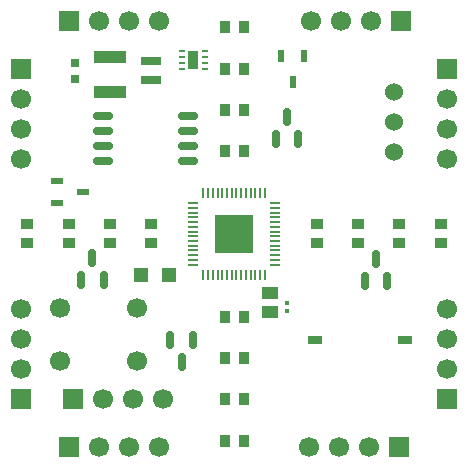
<source format=gbr>
%TF.GenerationSoftware,KiCad,Pcbnew,9.0.6*%
%TF.CreationDate,2025-12-07T19:20:43-08:00*%
%TF.ProjectId,redstone,72656473-746f-46e6-952e-6b696361645f,rev?*%
%TF.SameCoordinates,Original*%
%TF.FileFunction,Soldermask,Top*%
%TF.FilePolarity,Negative*%
%FSLAX46Y46*%
G04 Gerber Fmt 4.6, Leading zero omitted, Abs format (unit mm)*
G04 Created by KiCad (PCBNEW 9.0.6) date 2025-12-07 19:20:43*
%MOMM*%
%LPD*%
G01*
G04 APERTURE LIST*
G04 Aperture macros list*
%AMRoundRect*
0 Rectangle with rounded corners*
0 $1 Rounding radius*
0 $2 $3 $4 $5 $6 $7 $8 $9 X,Y pos of 4 corners*
0 Add a 4 corners polygon primitive as box body*
4,1,4,$2,$3,$4,$5,$6,$7,$8,$9,$2,$3,0*
0 Add four circle primitives for the rounded corners*
1,1,$1+$1,$2,$3*
1,1,$1+$1,$4,$5*
1,1,$1+$1,$6,$7*
1,1,$1+$1,$8,$9*
0 Add four rect primitives between the rounded corners*
20,1,$1+$1,$2,$3,$4,$5,0*
20,1,$1+$1,$4,$5,$6,$7,0*
20,1,$1+$1,$6,$7,$8,$9,0*
20,1,$1+$1,$8,$9,$2,$3,0*%
G04 Aperture macros list end*
%ADD10R,1.000000X0.950000*%
%ADD11C,1.524000*%
%ADD12R,0.950000X1.000000*%
%ADD13RoundRect,0.150000X-0.150000X0.587500X-0.150000X-0.587500X0.150000X-0.587500X0.150000X0.587500X0*%
%ADD14C,1.700000*%
%ADD15RoundRect,0.062500X0.187500X0.062500X-0.187500X0.062500X-0.187500X-0.062500X0.187500X-0.062500X0*%
%ADD16R,0.900000X1.600000*%
%ADD17RoundRect,0.150000X0.150000X-0.587500X0.150000X0.587500X-0.150000X0.587500X-0.150000X-0.587500X0*%
%ADD18R,1.700000X1.700000*%
%ADD19R,0.420000X0.460000*%
%ADD20R,1.800000X0.800000*%
%ADD21R,1.150000X1.250000*%
%ADD22R,0.700000X0.650000*%
%ADD23R,2.700000X1.100000*%
%ADD24R,1.100000X0.600000*%
%ADD25RoundRect,0.162500X-0.650000X-0.162500X0.650000X-0.162500X0.650000X0.162500X-0.650000X0.162500X0*%
%ADD26RoundRect,0.050000X-0.387500X-0.050000X0.387500X-0.050000X0.387500X0.050000X-0.387500X0.050000X0*%
%ADD27RoundRect,0.050000X-0.050000X-0.387500X0.050000X-0.387500X0.050000X0.387500X-0.050000X0.387500X0*%
%ADD28R,3.200000X3.200000*%
%ADD29R,1.470000X1.020000*%
%ADD30R,0.600000X1.100000*%
%ADD31R,1.270000X0.760000*%
G04 APERTURE END LIST*
D10*
%TO.C,D5*%
X152500000Y-55800000D03*
X152500000Y-54200000D03*
%TD*%
D11*
%TO.C,U2*%
X148500000Y-43000000D03*
X148500000Y-45540000D03*
X148500000Y-48080000D03*
%TD*%
D12*
%TO.C,D2*%
X134200000Y-41000000D03*
X135800000Y-41000000D03*
%TD*%
%TO.C,D4*%
X134200000Y-48000000D03*
X135800000Y-48000000D03*
%TD*%
D10*
%TO.C,D8*%
X142000000Y-55800000D03*
X142000000Y-54200000D03*
%TD*%
D12*
%TO.C,D3*%
X134200000Y-44500000D03*
X135800000Y-44500000D03*
%TD*%
D13*
%TO.C,Q3*%
X131500000Y-64000000D03*
X129600000Y-64000000D03*
X130550000Y-65875000D03*
%TD*%
D14*
%TO.C,SW1*%
X126750000Y-65750000D03*
X120250000Y-65750000D03*
X126750000Y-61250000D03*
X120250000Y-61250000D03*
%TD*%
D15*
%TO.C,U3*%
X132500000Y-41000000D03*
X132500000Y-40500000D03*
X132500000Y-40000000D03*
X132500000Y-39500000D03*
X130600000Y-39500000D03*
X130600000Y-40000000D03*
X130600000Y-40500000D03*
X130600000Y-41000000D03*
D16*
X131550000Y-40250000D03*
%TD*%
D17*
%TO.C,Q2*%
X146050000Y-59000000D03*
X147950000Y-59000000D03*
X147000000Y-57125000D03*
%TD*%
D18*
%TO.C,J9*%
X121380000Y-69000000D03*
D14*
X123920000Y-69000000D03*
X126460000Y-69000000D03*
X129000000Y-69000000D03*
%TD*%
D19*
%TO.C,C7*%
X139500000Y-60840000D03*
X139500000Y-61500000D03*
%TD*%
D18*
%TO.C,J8*%
X116975000Y-69000000D03*
D14*
X116975000Y-66460000D03*
X116975000Y-63920000D03*
X116975000Y-61380000D03*
%TD*%
D18*
%TO.C,J4*%
X153000000Y-69000000D03*
D14*
X153000000Y-66460000D03*
X153000000Y-63920000D03*
X153000000Y-61380000D03*
%TD*%
D20*
%TO.C,L1*%
X128000000Y-40400000D03*
X128000000Y-42000000D03*
%TD*%
D21*
%TO.C,R21*%
X127150000Y-58500000D03*
X129500000Y-58500000D03*
%TD*%
D12*
%TO.C,D1*%
X134200000Y-37500000D03*
X135800000Y-37500000D03*
%TD*%
D17*
%TO.C,Q4*%
X122050000Y-58875000D03*
X123950000Y-58875000D03*
X123000000Y-57000000D03*
%TD*%
D18*
%TO.C,J1*%
X121000000Y-37000000D03*
D14*
X123540000Y-37000000D03*
X126080000Y-37000000D03*
X128620000Y-37000000D03*
%TD*%
D12*
%TO.C,D10*%
X135800000Y-69000000D03*
X134200000Y-69000000D03*
%TD*%
D22*
%TO.C,C5*%
X121500000Y-40500000D03*
X121500000Y-41850000D03*
%TD*%
D10*
%TO.C,D16*%
X128000000Y-54200000D03*
X128000000Y-55800000D03*
%TD*%
D23*
%TO.C,R17*%
X124500000Y-40000000D03*
X124500000Y-43000000D03*
%TD*%
D18*
%TO.C,J2*%
X149120000Y-37000000D03*
D14*
X146580000Y-37000000D03*
X144040000Y-37000000D03*
X141500000Y-37000000D03*
%TD*%
D24*
%TO.C,D21*%
X120000000Y-50500000D03*
X120000000Y-52400000D03*
X122200000Y-51450000D03*
%TD*%
D10*
%TO.C,D13*%
X117500000Y-54200000D03*
X117500000Y-55800000D03*
%TD*%
D12*
%TO.C,D9*%
X135800000Y-72500000D03*
X134200000Y-72500000D03*
%TD*%
%TO.C,D12*%
X135800000Y-62000000D03*
X134200000Y-62000000D03*
%TD*%
D10*
%TO.C,D6*%
X149000000Y-55800000D03*
X149000000Y-54200000D03*
%TD*%
%TO.C,D15*%
X124500000Y-54200000D03*
X124500000Y-55800000D03*
%TD*%
D12*
%TO.C,D11*%
X135800000Y-65500000D03*
X134200000Y-65500000D03*
%TD*%
D25*
%TO.C,U5*%
X123912500Y-45000000D03*
X123912500Y-46270000D03*
X123912500Y-47540000D03*
X123912500Y-48810000D03*
X131087500Y-48810000D03*
X131087500Y-47540000D03*
X131087500Y-46270000D03*
X131087500Y-45000000D03*
%TD*%
D18*
%TO.C,J6*%
X149000000Y-73025000D03*
D14*
X146460000Y-73025000D03*
X143920000Y-73025000D03*
X141380000Y-73025000D03*
%TD*%
D26*
%TO.C,U1*%
X131562500Y-52400000D03*
X131562500Y-52800001D03*
X131562500Y-53200000D03*
X131562500Y-53600000D03*
X131562500Y-54000000D03*
X131562500Y-54399999D03*
X131562500Y-54800000D03*
X131562500Y-55200000D03*
X131562500Y-55600001D03*
X131562500Y-56000000D03*
X131562500Y-56400000D03*
X131562500Y-56800000D03*
X131562500Y-57199999D03*
X131562500Y-57600000D03*
D27*
X132400000Y-58437500D03*
X132800001Y-58437500D03*
X133200000Y-58437500D03*
X133600000Y-58437500D03*
X134000000Y-58437500D03*
X134399999Y-58437500D03*
X134800000Y-58437500D03*
X135200000Y-58437500D03*
X135600001Y-58437500D03*
X136000000Y-58437500D03*
X136400000Y-58437500D03*
X136800000Y-58437500D03*
X137199999Y-58437500D03*
X137600000Y-58437500D03*
D26*
X138437500Y-57600000D03*
X138437500Y-57199999D03*
X138437500Y-56800000D03*
X138437500Y-56400000D03*
X138437500Y-56000000D03*
X138437500Y-55600001D03*
X138437500Y-55200000D03*
X138437500Y-54800000D03*
X138437500Y-54399999D03*
X138437500Y-54000000D03*
X138437500Y-53600000D03*
X138437500Y-53200000D03*
X138437500Y-52800001D03*
X138437500Y-52400000D03*
D27*
X137600000Y-51562500D03*
X137199999Y-51562500D03*
X136800000Y-51562500D03*
X136400000Y-51562500D03*
X136000000Y-51562500D03*
X135600001Y-51562500D03*
X135200000Y-51562500D03*
X134800000Y-51562500D03*
X134399999Y-51562500D03*
X134000000Y-51562500D03*
X133600000Y-51562500D03*
X133200000Y-51562500D03*
X132800001Y-51562500D03*
X132400000Y-51562500D03*
D28*
X135000000Y-55000000D03*
%TD*%
D29*
%TO.C,C6*%
X138000000Y-60000000D03*
X138000000Y-61600000D03*
%TD*%
D18*
%TO.C,J5*%
X121000000Y-73000000D03*
D14*
X123540000Y-73000000D03*
X126080000Y-73000000D03*
X128620000Y-73000000D03*
%TD*%
D30*
%TO.C,D17*%
X140900000Y-39900000D03*
X139000000Y-39900000D03*
X139950000Y-42100000D03*
%TD*%
D18*
%TO.C,J7*%
X117000000Y-41000000D03*
D14*
X117000000Y-43540000D03*
X117000000Y-46080000D03*
X117000000Y-48620000D03*
%TD*%
D31*
%TO.C,SW2*%
X141880000Y-64000000D03*
X149500000Y-64000000D03*
%TD*%
D17*
%TO.C,Q1*%
X138550000Y-46937500D03*
X140450000Y-46937500D03*
X139500000Y-45062500D03*
%TD*%
D18*
%TO.C,J3*%
X153025000Y-41000000D03*
D14*
X153025000Y-43540000D03*
X153025000Y-46080000D03*
X153025000Y-48620000D03*
%TD*%
D10*
%TO.C,D14*%
X121000000Y-54200000D03*
X121000000Y-55800000D03*
%TD*%
%TO.C,D7*%
X145500000Y-55800000D03*
X145500000Y-54200000D03*
%TD*%
M02*

</source>
